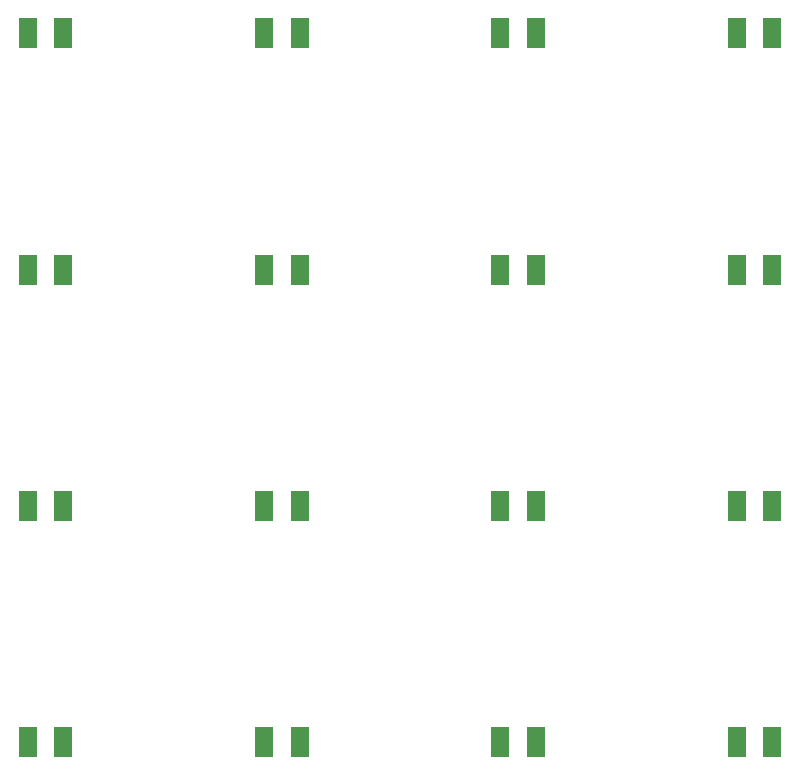
<source format=gbr>
%TF.GenerationSoftware,KiCad,Pcbnew,7.0.6*%
%TF.CreationDate,2023-11-20T17:26:12+00:00*%
%TF.ProjectId,green_led_pcb,67726565-6e5f-46c6-9564-5f7063622e6b,rev?*%
%TF.SameCoordinates,Original*%
%TF.FileFunction,Paste,Top*%
%TF.FilePolarity,Positive*%
%FSLAX46Y46*%
G04 Gerber Fmt 4.6, Leading zero omitted, Abs format (unit mm)*
G04 Created by KiCad (PCBNEW 7.0.6) date 2023-11-20 17:26:12*
%MOMM*%
%LPD*%
G01*
G04 APERTURE LIST*
%ADD10R,1.500000X2.600000*%
G04 APERTURE END LIST*
D10*
%TO.C,D16*%
X-18500000Y-67000000D03*
X-21500000Y-67000000D03*
%TD*%
%TO.C,D15*%
X-38500000Y-67000000D03*
X-41500000Y-67000000D03*
%TD*%
%TO.C,D14*%
X-61500000Y-67000000D03*
X-58500000Y-67000000D03*
%TD*%
%TO.C,D13*%
X-78500000Y-67000000D03*
X-81500000Y-67000000D03*
%TD*%
%TO.C,D12*%
X-18500000Y-47000000D03*
X-21500000Y-47000000D03*
%TD*%
%TO.C,D11*%
X-38500000Y-47000000D03*
X-41500000Y-47000000D03*
%TD*%
%TO.C,D10*%
X-58500000Y-47000000D03*
X-61500000Y-47000000D03*
%TD*%
%TO.C,D9*%
X-78500000Y-47000000D03*
X-81500000Y-47000000D03*
%TD*%
%TO.C,D8*%
X-21500000Y-27000000D03*
X-18500000Y-27000000D03*
%TD*%
%TO.C,D7*%
X-41500000Y-27000000D03*
X-38500000Y-27000000D03*
%TD*%
%TO.C,D6*%
X-61500000Y-27000000D03*
X-58500000Y-27000000D03*
%TD*%
%TO.C,D5*%
X-78500000Y-27000000D03*
X-81500000Y-27000000D03*
%TD*%
%TO.C,D4*%
X-18500000Y-7000000D03*
X-21500000Y-7000000D03*
%TD*%
%TO.C,D3*%
X-38500000Y-7000000D03*
X-41500000Y-7000000D03*
%TD*%
%TO.C,D2*%
X-58500000Y-7000000D03*
X-61500000Y-7000000D03*
%TD*%
%TO.C,D1*%
X-78500000Y-7000000D03*
X-81500000Y-7000000D03*
%TD*%
M02*

</source>
